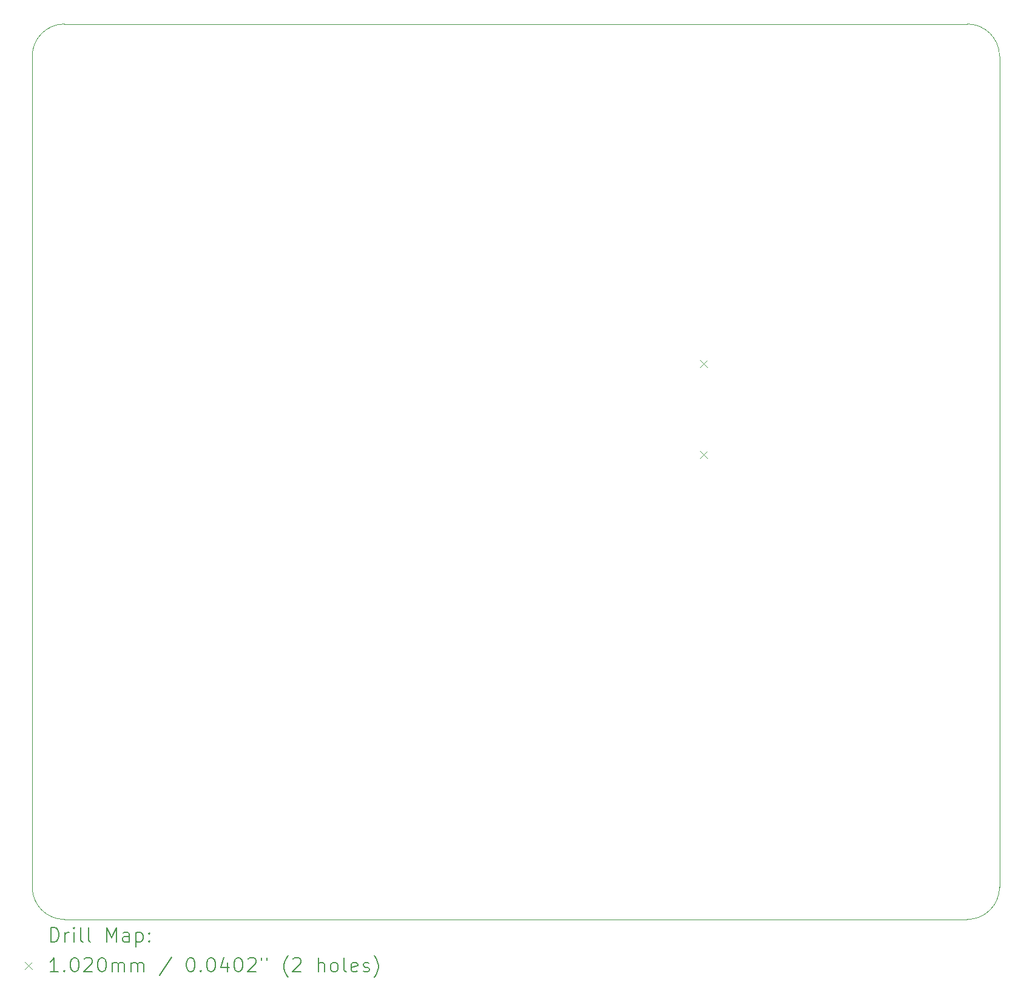
<source format=gbr>
%TF.GenerationSoftware,KiCad,Pcbnew,8.0.5*%
%TF.CreationDate,2025-02-21T17:39:50-06:00*%
%TF.ProjectId,ArmorPlate,41726d6f-7250-46c6-9174-652e6b696361,rev?*%
%TF.SameCoordinates,Original*%
%TF.FileFunction,Drillmap*%
%TF.FilePolarity,Positive*%
%FSLAX45Y45*%
G04 Gerber Fmt 4.5, Leading zero omitted, Abs format (unit mm)*
G04 Created by KiCad (PCBNEW 8.0.5) date 2025-02-21 17:39:50*
%MOMM*%
%LPD*%
G01*
G04 APERTURE LIST*
%ADD10C,0.050000*%
%ADD11C,0.200000*%
%ADD12C,0.102000*%
G04 APERTURE END LIST*
D10*
X21755000Y-15074500D02*
G75*
G02*
X21305000Y-15524500I-450000J0D01*
G01*
X21305000Y-3017500D02*
G75*
G02*
X21755000Y-3467500I0J-450000D01*
G01*
X21755000Y-3467500D02*
X21755000Y-15074500D01*
X8255000Y-15074500D02*
X8255000Y-3467500D01*
X8255000Y-3467500D02*
G75*
G02*
X8705000Y-3017500I450000J0D01*
G01*
X21305000Y-15524500D02*
X8705000Y-15524500D01*
X8705000Y-3017500D02*
X21305000Y-3017500D01*
X8705000Y-15524500D02*
G75*
G02*
X8255000Y-15074500I0J450000D01*
G01*
D11*
D12*
X17579000Y-7714000D02*
X17681000Y-7816000D01*
X17681000Y-7714000D02*
X17579000Y-7816000D01*
X17579000Y-8984000D02*
X17681000Y-9086000D01*
X17681000Y-8984000D02*
X17579000Y-9086000D01*
D11*
X8513277Y-15838484D02*
X8513277Y-15638484D01*
X8513277Y-15638484D02*
X8560896Y-15638484D01*
X8560896Y-15638484D02*
X8589467Y-15648008D01*
X8589467Y-15648008D02*
X8608515Y-15667055D01*
X8608515Y-15667055D02*
X8618039Y-15686103D01*
X8618039Y-15686103D02*
X8627563Y-15724198D01*
X8627563Y-15724198D02*
X8627563Y-15752769D01*
X8627563Y-15752769D02*
X8618039Y-15790865D01*
X8618039Y-15790865D02*
X8608515Y-15809912D01*
X8608515Y-15809912D02*
X8589467Y-15828960D01*
X8589467Y-15828960D02*
X8560896Y-15838484D01*
X8560896Y-15838484D02*
X8513277Y-15838484D01*
X8713277Y-15838484D02*
X8713277Y-15705150D01*
X8713277Y-15743246D02*
X8722801Y-15724198D01*
X8722801Y-15724198D02*
X8732324Y-15714674D01*
X8732324Y-15714674D02*
X8751372Y-15705150D01*
X8751372Y-15705150D02*
X8770420Y-15705150D01*
X8837086Y-15838484D02*
X8837086Y-15705150D01*
X8837086Y-15638484D02*
X8827563Y-15648008D01*
X8827563Y-15648008D02*
X8837086Y-15657531D01*
X8837086Y-15657531D02*
X8846610Y-15648008D01*
X8846610Y-15648008D02*
X8837086Y-15638484D01*
X8837086Y-15638484D02*
X8837086Y-15657531D01*
X8960896Y-15838484D02*
X8941848Y-15828960D01*
X8941848Y-15828960D02*
X8932324Y-15809912D01*
X8932324Y-15809912D02*
X8932324Y-15638484D01*
X9065658Y-15838484D02*
X9046610Y-15828960D01*
X9046610Y-15828960D02*
X9037086Y-15809912D01*
X9037086Y-15809912D02*
X9037086Y-15638484D01*
X9294229Y-15838484D02*
X9294229Y-15638484D01*
X9294229Y-15638484D02*
X9360896Y-15781341D01*
X9360896Y-15781341D02*
X9427563Y-15638484D01*
X9427563Y-15638484D02*
X9427563Y-15838484D01*
X9608515Y-15838484D02*
X9608515Y-15733722D01*
X9608515Y-15733722D02*
X9598991Y-15714674D01*
X9598991Y-15714674D02*
X9579944Y-15705150D01*
X9579944Y-15705150D02*
X9541848Y-15705150D01*
X9541848Y-15705150D02*
X9522801Y-15714674D01*
X9608515Y-15828960D02*
X9589467Y-15838484D01*
X9589467Y-15838484D02*
X9541848Y-15838484D01*
X9541848Y-15838484D02*
X9522801Y-15828960D01*
X9522801Y-15828960D02*
X9513277Y-15809912D01*
X9513277Y-15809912D02*
X9513277Y-15790865D01*
X9513277Y-15790865D02*
X9522801Y-15771817D01*
X9522801Y-15771817D02*
X9541848Y-15762293D01*
X9541848Y-15762293D02*
X9589467Y-15762293D01*
X9589467Y-15762293D02*
X9608515Y-15752769D01*
X9703753Y-15705150D02*
X9703753Y-15905150D01*
X9703753Y-15714674D02*
X9722801Y-15705150D01*
X9722801Y-15705150D02*
X9760896Y-15705150D01*
X9760896Y-15705150D02*
X9779944Y-15714674D01*
X9779944Y-15714674D02*
X9789467Y-15724198D01*
X9789467Y-15724198D02*
X9798991Y-15743246D01*
X9798991Y-15743246D02*
X9798991Y-15800388D01*
X9798991Y-15800388D02*
X9789467Y-15819436D01*
X9789467Y-15819436D02*
X9779944Y-15828960D01*
X9779944Y-15828960D02*
X9760896Y-15838484D01*
X9760896Y-15838484D02*
X9722801Y-15838484D01*
X9722801Y-15838484D02*
X9703753Y-15828960D01*
X9884705Y-15819436D02*
X9894229Y-15828960D01*
X9894229Y-15828960D02*
X9884705Y-15838484D01*
X9884705Y-15838484D02*
X9875182Y-15828960D01*
X9875182Y-15828960D02*
X9884705Y-15819436D01*
X9884705Y-15819436D02*
X9884705Y-15838484D01*
X9884705Y-15714674D02*
X9894229Y-15724198D01*
X9894229Y-15724198D02*
X9884705Y-15733722D01*
X9884705Y-15733722D02*
X9875182Y-15724198D01*
X9875182Y-15724198D02*
X9884705Y-15714674D01*
X9884705Y-15714674D02*
X9884705Y-15733722D01*
D12*
X8150500Y-16116000D02*
X8252500Y-16218000D01*
X8252500Y-16116000D02*
X8150500Y-16218000D01*
D11*
X8618039Y-16258484D02*
X8503753Y-16258484D01*
X8560896Y-16258484D02*
X8560896Y-16058484D01*
X8560896Y-16058484D02*
X8541848Y-16087055D01*
X8541848Y-16087055D02*
X8522801Y-16106103D01*
X8522801Y-16106103D02*
X8503753Y-16115627D01*
X8703753Y-16239436D02*
X8713277Y-16248960D01*
X8713277Y-16248960D02*
X8703753Y-16258484D01*
X8703753Y-16258484D02*
X8694229Y-16248960D01*
X8694229Y-16248960D02*
X8703753Y-16239436D01*
X8703753Y-16239436D02*
X8703753Y-16258484D01*
X8837086Y-16058484D02*
X8856134Y-16058484D01*
X8856134Y-16058484D02*
X8875182Y-16068008D01*
X8875182Y-16068008D02*
X8884705Y-16077531D01*
X8884705Y-16077531D02*
X8894229Y-16096579D01*
X8894229Y-16096579D02*
X8903753Y-16134674D01*
X8903753Y-16134674D02*
X8903753Y-16182293D01*
X8903753Y-16182293D02*
X8894229Y-16220388D01*
X8894229Y-16220388D02*
X8884705Y-16239436D01*
X8884705Y-16239436D02*
X8875182Y-16248960D01*
X8875182Y-16248960D02*
X8856134Y-16258484D01*
X8856134Y-16258484D02*
X8837086Y-16258484D01*
X8837086Y-16258484D02*
X8818039Y-16248960D01*
X8818039Y-16248960D02*
X8808515Y-16239436D01*
X8808515Y-16239436D02*
X8798991Y-16220388D01*
X8798991Y-16220388D02*
X8789467Y-16182293D01*
X8789467Y-16182293D02*
X8789467Y-16134674D01*
X8789467Y-16134674D02*
X8798991Y-16096579D01*
X8798991Y-16096579D02*
X8808515Y-16077531D01*
X8808515Y-16077531D02*
X8818039Y-16068008D01*
X8818039Y-16068008D02*
X8837086Y-16058484D01*
X8979944Y-16077531D02*
X8989467Y-16068008D01*
X8989467Y-16068008D02*
X9008515Y-16058484D01*
X9008515Y-16058484D02*
X9056134Y-16058484D01*
X9056134Y-16058484D02*
X9075182Y-16068008D01*
X9075182Y-16068008D02*
X9084705Y-16077531D01*
X9084705Y-16077531D02*
X9094229Y-16096579D01*
X9094229Y-16096579D02*
X9094229Y-16115627D01*
X9094229Y-16115627D02*
X9084705Y-16144198D01*
X9084705Y-16144198D02*
X8970420Y-16258484D01*
X8970420Y-16258484D02*
X9094229Y-16258484D01*
X9218039Y-16058484D02*
X9237086Y-16058484D01*
X9237086Y-16058484D02*
X9256134Y-16068008D01*
X9256134Y-16068008D02*
X9265658Y-16077531D01*
X9265658Y-16077531D02*
X9275182Y-16096579D01*
X9275182Y-16096579D02*
X9284705Y-16134674D01*
X9284705Y-16134674D02*
X9284705Y-16182293D01*
X9284705Y-16182293D02*
X9275182Y-16220388D01*
X9275182Y-16220388D02*
X9265658Y-16239436D01*
X9265658Y-16239436D02*
X9256134Y-16248960D01*
X9256134Y-16248960D02*
X9237086Y-16258484D01*
X9237086Y-16258484D02*
X9218039Y-16258484D01*
X9218039Y-16258484D02*
X9198991Y-16248960D01*
X9198991Y-16248960D02*
X9189467Y-16239436D01*
X9189467Y-16239436D02*
X9179944Y-16220388D01*
X9179944Y-16220388D02*
X9170420Y-16182293D01*
X9170420Y-16182293D02*
X9170420Y-16134674D01*
X9170420Y-16134674D02*
X9179944Y-16096579D01*
X9179944Y-16096579D02*
X9189467Y-16077531D01*
X9189467Y-16077531D02*
X9198991Y-16068008D01*
X9198991Y-16068008D02*
X9218039Y-16058484D01*
X9370420Y-16258484D02*
X9370420Y-16125150D01*
X9370420Y-16144198D02*
X9379944Y-16134674D01*
X9379944Y-16134674D02*
X9398991Y-16125150D01*
X9398991Y-16125150D02*
X9427563Y-16125150D01*
X9427563Y-16125150D02*
X9446610Y-16134674D01*
X9446610Y-16134674D02*
X9456134Y-16153722D01*
X9456134Y-16153722D02*
X9456134Y-16258484D01*
X9456134Y-16153722D02*
X9465658Y-16134674D01*
X9465658Y-16134674D02*
X9484705Y-16125150D01*
X9484705Y-16125150D02*
X9513277Y-16125150D01*
X9513277Y-16125150D02*
X9532325Y-16134674D01*
X9532325Y-16134674D02*
X9541848Y-16153722D01*
X9541848Y-16153722D02*
X9541848Y-16258484D01*
X9637086Y-16258484D02*
X9637086Y-16125150D01*
X9637086Y-16144198D02*
X9646610Y-16134674D01*
X9646610Y-16134674D02*
X9665658Y-16125150D01*
X9665658Y-16125150D02*
X9694229Y-16125150D01*
X9694229Y-16125150D02*
X9713277Y-16134674D01*
X9713277Y-16134674D02*
X9722801Y-16153722D01*
X9722801Y-16153722D02*
X9722801Y-16258484D01*
X9722801Y-16153722D02*
X9732325Y-16134674D01*
X9732325Y-16134674D02*
X9751372Y-16125150D01*
X9751372Y-16125150D02*
X9779944Y-16125150D01*
X9779944Y-16125150D02*
X9798991Y-16134674D01*
X9798991Y-16134674D02*
X9808515Y-16153722D01*
X9808515Y-16153722D02*
X9808515Y-16258484D01*
X10198991Y-16048960D02*
X10027563Y-16306103D01*
X10456134Y-16058484D02*
X10475182Y-16058484D01*
X10475182Y-16058484D02*
X10494229Y-16068008D01*
X10494229Y-16068008D02*
X10503753Y-16077531D01*
X10503753Y-16077531D02*
X10513277Y-16096579D01*
X10513277Y-16096579D02*
X10522801Y-16134674D01*
X10522801Y-16134674D02*
X10522801Y-16182293D01*
X10522801Y-16182293D02*
X10513277Y-16220388D01*
X10513277Y-16220388D02*
X10503753Y-16239436D01*
X10503753Y-16239436D02*
X10494229Y-16248960D01*
X10494229Y-16248960D02*
X10475182Y-16258484D01*
X10475182Y-16258484D02*
X10456134Y-16258484D01*
X10456134Y-16258484D02*
X10437087Y-16248960D01*
X10437087Y-16248960D02*
X10427563Y-16239436D01*
X10427563Y-16239436D02*
X10418039Y-16220388D01*
X10418039Y-16220388D02*
X10408515Y-16182293D01*
X10408515Y-16182293D02*
X10408515Y-16134674D01*
X10408515Y-16134674D02*
X10418039Y-16096579D01*
X10418039Y-16096579D02*
X10427563Y-16077531D01*
X10427563Y-16077531D02*
X10437087Y-16068008D01*
X10437087Y-16068008D02*
X10456134Y-16058484D01*
X10608515Y-16239436D02*
X10618039Y-16248960D01*
X10618039Y-16248960D02*
X10608515Y-16258484D01*
X10608515Y-16258484D02*
X10598991Y-16248960D01*
X10598991Y-16248960D02*
X10608515Y-16239436D01*
X10608515Y-16239436D02*
X10608515Y-16258484D01*
X10741848Y-16058484D02*
X10760896Y-16058484D01*
X10760896Y-16058484D02*
X10779944Y-16068008D01*
X10779944Y-16068008D02*
X10789468Y-16077531D01*
X10789468Y-16077531D02*
X10798991Y-16096579D01*
X10798991Y-16096579D02*
X10808515Y-16134674D01*
X10808515Y-16134674D02*
X10808515Y-16182293D01*
X10808515Y-16182293D02*
X10798991Y-16220388D01*
X10798991Y-16220388D02*
X10789468Y-16239436D01*
X10789468Y-16239436D02*
X10779944Y-16248960D01*
X10779944Y-16248960D02*
X10760896Y-16258484D01*
X10760896Y-16258484D02*
X10741848Y-16258484D01*
X10741848Y-16258484D02*
X10722801Y-16248960D01*
X10722801Y-16248960D02*
X10713277Y-16239436D01*
X10713277Y-16239436D02*
X10703753Y-16220388D01*
X10703753Y-16220388D02*
X10694229Y-16182293D01*
X10694229Y-16182293D02*
X10694229Y-16134674D01*
X10694229Y-16134674D02*
X10703753Y-16096579D01*
X10703753Y-16096579D02*
X10713277Y-16077531D01*
X10713277Y-16077531D02*
X10722801Y-16068008D01*
X10722801Y-16068008D02*
X10741848Y-16058484D01*
X10979944Y-16125150D02*
X10979944Y-16258484D01*
X10932325Y-16048960D02*
X10884706Y-16191817D01*
X10884706Y-16191817D02*
X11008515Y-16191817D01*
X11122801Y-16058484D02*
X11141849Y-16058484D01*
X11141849Y-16058484D02*
X11160896Y-16068008D01*
X11160896Y-16068008D02*
X11170420Y-16077531D01*
X11170420Y-16077531D02*
X11179944Y-16096579D01*
X11179944Y-16096579D02*
X11189467Y-16134674D01*
X11189467Y-16134674D02*
X11189467Y-16182293D01*
X11189467Y-16182293D02*
X11179944Y-16220388D01*
X11179944Y-16220388D02*
X11170420Y-16239436D01*
X11170420Y-16239436D02*
X11160896Y-16248960D01*
X11160896Y-16248960D02*
X11141849Y-16258484D01*
X11141849Y-16258484D02*
X11122801Y-16258484D01*
X11122801Y-16258484D02*
X11103753Y-16248960D01*
X11103753Y-16248960D02*
X11094229Y-16239436D01*
X11094229Y-16239436D02*
X11084706Y-16220388D01*
X11084706Y-16220388D02*
X11075182Y-16182293D01*
X11075182Y-16182293D02*
X11075182Y-16134674D01*
X11075182Y-16134674D02*
X11084706Y-16096579D01*
X11084706Y-16096579D02*
X11094229Y-16077531D01*
X11094229Y-16077531D02*
X11103753Y-16068008D01*
X11103753Y-16068008D02*
X11122801Y-16058484D01*
X11265658Y-16077531D02*
X11275182Y-16068008D01*
X11275182Y-16068008D02*
X11294229Y-16058484D01*
X11294229Y-16058484D02*
X11341848Y-16058484D01*
X11341848Y-16058484D02*
X11360896Y-16068008D01*
X11360896Y-16068008D02*
X11370420Y-16077531D01*
X11370420Y-16077531D02*
X11379944Y-16096579D01*
X11379944Y-16096579D02*
X11379944Y-16115627D01*
X11379944Y-16115627D02*
X11370420Y-16144198D01*
X11370420Y-16144198D02*
X11256134Y-16258484D01*
X11256134Y-16258484D02*
X11379944Y-16258484D01*
X11456134Y-16058484D02*
X11456134Y-16096579D01*
X11532325Y-16058484D02*
X11532325Y-16096579D01*
X11827563Y-16334674D02*
X11818039Y-16325150D01*
X11818039Y-16325150D02*
X11798991Y-16296579D01*
X11798991Y-16296579D02*
X11789468Y-16277531D01*
X11789468Y-16277531D02*
X11779944Y-16248960D01*
X11779944Y-16248960D02*
X11770420Y-16201341D01*
X11770420Y-16201341D02*
X11770420Y-16163246D01*
X11770420Y-16163246D02*
X11779944Y-16115627D01*
X11779944Y-16115627D02*
X11789468Y-16087055D01*
X11789468Y-16087055D02*
X11798991Y-16068008D01*
X11798991Y-16068008D02*
X11818039Y-16039436D01*
X11818039Y-16039436D02*
X11827563Y-16029912D01*
X11894229Y-16077531D02*
X11903753Y-16068008D01*
X11903753Y-16068008D02*
X11922801Y-16058484D01*
X11922801Y-16058484D02*
X11970420Y-16058484D01*
X11970420Y-16058484D02*
X11989468Y-16068008D01*
X11989468Y-16068008D02*
X11998991Y-16077531D01*
X11998991Y-16077531D02*
X12008515Y-16096579D01*
X12008515Y-16096579D02*
X12008515Y-16115627D01*
X12008515Y-16115627D02*
X11998991Y-16144198D01*
X11998991Y-16144198D02*
X11884706Y-16258484D01*
X11884706Y-16258484D02*
X12008515Y-16258484D01*
X12246610Y-16258484D02*
X12246610Y-16058484D01*
X12332325Y-16258484D02*
X12332325Y-16153722D01*
X12332325Y-16153722D02*
X12322801Y-16134674D01*
X12322801Y-16134674D02*
X12303753Y-16125150D01*
X12303753Y-16125150D02*
X12275182Y-16125150D01*
X12275182Y-16125150D02*
X12256134Y-16134674D01*
X12256134Y-16134674D02*
X12246610Y-16144198D01*
X12456134Y-16258484D02*
X12437087Y-16248960D01*
X12437087Y-16248960D02*
X12427563Y-16239436D01*
X12427563Y-16239436D02*
X12418039Y-16220388D01*
X12418039Y-16220388D02*
X12418039Y-16163246D01*
X12418039Y-16163246D02*
X12427563Y-16144198D01*
X12427563Y-16144198D02*
X12437087Y-16134674D01*
X12437087Y-16134674D02*
X12456134Y-16125150D01*
X12456134Y-16125150D02*
X12484706Y-16125150D01*
X12484706Y-16125150D02*
X12503753Y-16134674D01*
X12503753Y-16134674D02*
X12513277Y-16144198D01*
X12513277Y-16144198D02*
X12522801Y-16163246D01*
X12522801Y-16163246D02*
X12522801Y-16220388D01*
X12522801Y-16220388D02*
X12513277Y-16239436D01*
X12513277Y-16239436D02*
X12503753Y-16248960D01*
X12503753Y-16248960D02*
X12484706Y-16258484D01*
X12484706Y-16258484D02*
X12456134Y-16258484D01*
X12637087Y-16258484D02*
X12618039Y-16248960D01*
X12618039Y-16248960D02*
X12608515Y-16229912D01*
X12608515Y-16229912D02*
X12608515Y-16058484D01*
X12789468Y-16248960D02*
X12770420Y-16258484D01*
X12770420Y-16258484D02*
X12732325Y-16258484D01*
X12732325Y-16258484D02*
X12713277Y-16248960D01*
X12713277Y-16248960D02*
X12703753Y-16229912D01*
X12703753Y-16229912D02*
X12703753Y-16153722D01*
X12703753Y-16153722D02*
X12713277Y-16134674D01*
X12713277Y-16134674D02*
X12732325Y-16125150D01*
X12732325Y-16125150D02*
X12770420Y-16125150D01*
X12770420Y-16125150D02*
X12789468Y-16134674D01*
X12789468Y-16134674D02*
X12798991Y-16153722D01*
X12798991Y-16153722D02*
X12798991Y-16172769D01*
X12798991Y-16172769D02*
X12703753Y-16191817D01*
X12875182Y-16248960D02*
X12894230Y-16258484D01*
X12894230Y-16258484D02*
X12932325Y-16258484D01*
X12932325Y-16258484D02*
X12951372Y-16248960D01*
X12951372Y-16248960D02*
X12960896Y-16229912D01*
X12960896Y-16229912D02*
X12960896Y-16220388D01*
X12960896Y-16220388D02*
X12951372Y-16201341D01*
X12951372Y-16201341D02*
X12932325Y-16191817D01*
X12932325Y-16191817D02*
X12903753Y-16191817D01*
X12903753Y-16191817D02*
X12884706Y-16182293D01*
X12884706Y-16182293D02*
X12875182Y-16163246D01*
X12875182Y-16163246D02*
X12875182Y-16153722D01*
X12875182Y-16153722D02*
X12884706Y-16134674D01*
X12884706Y-16134674D02*
X12903753Y-16125150D01*
X12903753Y-16125150D02*
X12932325Y-16125150D01*
X12932325Y-16125150D02*
X12951372Y-16134674D01*
X13027563Y-16334674D02*
X13037087Y-16325150D01*
X13037087Y-16325150D02*
X13056134Y-16296579D01*
X13056134Y-16296579D02*
X13065658Y-16277531D01*
X13065658Y-16277531D02*
X13075182Y-16248960D01*
X13075182Y-16248960D02*
X13084706Y-16201341D01*
X13084706Y-16201341D02*
X13084706Y-16163246D01*
X13084706Y-16163246D02*
X13075182Y-16115627D01*
X13075182Y-16115627D02*
X13065658Y-16087055D01*
X13065658Y-16087055D02*
X13056134Y-16068008D01*
X13056134Y-16068008D02*
X13037087Y-16039436D01*
X13037087Y-16039436D02*
X13027563Y-16029912D01*
M02*

</source>
